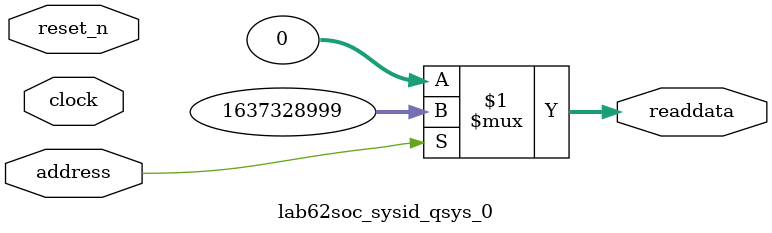
<source format=v>



// synthesis translate_off
`timescale 1ns / 1ps
// synthesis translate_on

// turn off superfluous verilog processor warnings 
// altera message_level Level1 
// altera message_off 10034 10035 10036 10037 10230 10240 10030 

module lab62soc_sysid_qsys_0 (
               // inputs:
                address,
                clock,
                reset_n,

               // outputs:
                readdata
             )
;

  output  [ 31: 0] readdata;
  input            address;
  input            clock;
  input            reset_n;

  wire    [ 31: 0] readdata;
  //control_slave, which is an e_avalon_slave
  assign readdata = address ? 1637328999 : 0;

endmodule



</source>
